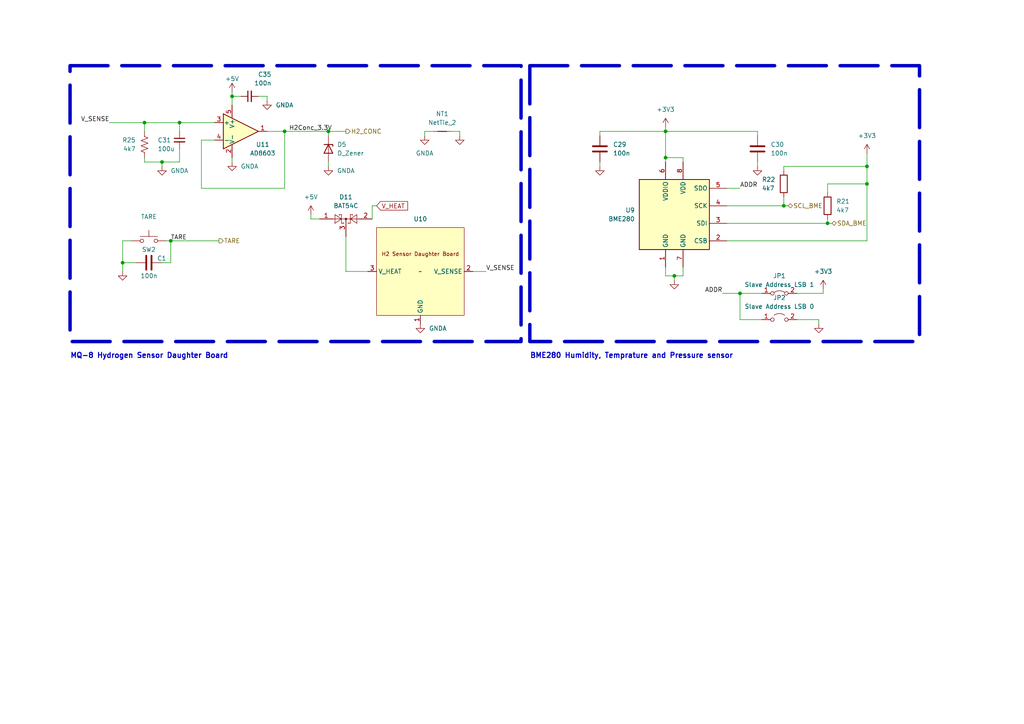
<source format=kicad_sch>
(kicad_sch (version 20230121) (generator eeschema)
  (paper "A4")
  (lib_symbols
    (symbol "Amplifier_Operational:AD8603" (pin_names (offset 0.127))
      (property "Reference" "U" (at 0 5.08 0))
      (property "Value" "AD8603" (at 0 -5.08 0))
      (symbol "AD8603_0_1"
        (polyline (pts (xy -5.08 5.08) (xy 5.08 0) (xy -5.08 -5.08) (xy -5.08 5.08)) (stroke (width 0.254)) (fill (type background)))
        (pin power_in line (at -2.54 -7.62 90) (length 3.81) (name "V-") (number "2"))
        (pin power_in line (at -2.54 7.62 270) (length 3.81) (name "V+") (number "5"))
      )
      (symbol "AD8603_1_1"
        (pin output line (at 7.62 0 180) (length 2.54) (name "~") (number "1"))
        (pin input line (at -7.62 2.54 0) (length 2.54) (name "+") (number "3"))
        (pin input line (at -7.62 -2.54 0) (length 2.54) (name "-") (number "4"))
      )
    )
    (symbol "Device:C" (pin_numbers hide) (pin_names (offset 0.254))
      (property "Reference" "C" (at 0.635 2.54 0))
      (property "Value" "C" (at 0.635 -2.54 0))
      (symbol "C_0_1"
        (polyline (pts (xy -2.032 -0.762) (xy 2.032 -0.762)) (stroke (width 0.508)))
        (polyline (pts (xy -2.032 0.762) (xy 2.032 0.762)) (stroke (width 0.508)))
      )
      (symbol "C_1_1"
        (pin passive line (at 0 3.81 270) (length 2.794) (name "~") (number "1"))
        (pin passive line (at 0 -3.81 90) (length 2.794) (name "~") (number "2"))
      )
    )
    (symbol "Device:C_Small" (pin_numbers hide) (pin_names (offset 0.254) hide)
      (property "Reference" "C" (at 0.254 1.778 0))
      (property "Value" "C_Small" (at 0.254 -2.032 0))
      (symbol "C_Small_0_1"
        (polyline (pts (xy -1.524 -0.508) (xy 1.524 -0.508)) (stroke (width 0.3302)))
        (polyline (pts (xy -1.524 0.508) (xy 1.524 0.508)) (stroke (width 0.3048)))
      )
      (symbol "C_Small_1_1"
        (pin passive line (at 0 2.54 270) (length 2.032) (name "~") (number "1"))
        (pin passive line (at 0 -2.54 90) (length 2.032) (name "~") (number "2"))
      )
    )
    (symbol "Device:D_Zener" (pin_numbers hide) (pin_names (offset 1.016) hide)
      (property "Reference" "D" (at 0 2.54 0))
      (property "Value" "D_Zener" (at 0 -2.54 0))
      (symbol "D_Zener_0_1"
        (polyline (pts (xy 1.27 0) (xy -1.27 0)))
        (polyline (pts (xy -1.27 -1.27) (xy -1.27 1.27) (xy -0.762 1.27)) (stroke (width 0.254)))
        (polyline (pts (xy 1.27 -1.27) (xy 1.27 1.27) (xy -1.27 0) (xy 1.27 -1.27)) (stroke (width 0.254)))
      )
      (symbol "D_Zener_1_1"
        (pin passive line (at -3.81 0 0) (length 2.54) (name "K") (number "1"))
        (pin passive line (at 3.81 0 180) (length 2.54) (name "A") (number "2"))
      )
    )
    (symbol "Device:NetTie_2" (pin_numbers hide) (pin_names (offset 0) hide) (in_bom no)
      (property "Reference" "NT" (at 0 1.27 0))
      (property "Value" "NetTie_2" (at 0 -1.27 0))
      (symbol "NetTie_2_0_1"
        (polyline (pts (xy -1.27 0) (xy 1.27 0)) (stroke (width 0.254)))
      )
      (symbol "NetTie_2_1_1"
        (pin passive line (at -2.54 0 0) (length 2.54) (name "1") (number "1"))
        (pin passive line (at 2.54 0 180) (length 2.54) (name "2") (number "2"))
      )
    )
    (symbol "Device:R" (pin_numbers hide) (pin_names (offset 0))
      (property "Reference" "R" (at 2.032 0 90))
      (property "Value" "R" (at 0 0 90))
      (symbol "R_0_1"
        (rectangle (start -1.016 -2.54) (end 1.016 2.54) (stroke (width 0.254)))
      )
      (symbol "R_1_1"
        (pin passive line (at 0 3.81 270) (length 1.27) (name "~") (number "1"))
        (pin passive line (at 0 -3.81 90) (length 1.27) (name "~") (number "2"))
      )
    )
    (symbol "Device:R_US" (pin_numbers hide) (pin_names (offset 0))
      (property "Reference" "R" (at 2.54 0 90))
      (property "Value" "R_US" (at -2.54 0 90))
      (symbol "R_US_0_1"
        (polyline (pts (xy 0 -2.286) (xy 0 -2.54)))
        (polyline (pts (xy 0 2.286) (xy 0 2.54)))
        (polyline (pts (xy 0 -0.762) (xy 1.016 -1.143) (xy 0 -1.524) (xy -1.016 -1.905) (xy 0 -2.286)))
        (polyline (pts (xy 0 0.762) (xy 1.016 0.381) (xy 0 0) (xy -1.016 -0.381) (xy 0 -0.762)))
        (polyline (pts (xy 0 2.286) (xy 1.016 1.905) (xy 0 1.524) (xy -1.016 1.143) (xy 0 0.762)))
      )
      (symbol "R_US_1_1"
        (pin passive line (at 0 3.81 270) (length 1.27) (name "~") (number "1"))
        (pin passive line (at 0 -3.81 90) (length 1.27) (name "~") (number "2"))
      )
    )
    (symbol "Diode:BAT54C" (pin_names (offset 1.016))
      (property "Reference" "D" (at 0.635 -3.81 0))
      (property "Value" "BAT54C" (at -6.35 3.175 0))
      (symbol "BAT54C_0_1"
        (polyline (pts (xy -1.905 0) (xy 1.905 0)))
        (polyline (pts (xy -1.905 1.27) (xy -1.905 1.016)))
        (polyline (pts (xy -1.27 -1.27) (xy -0.635 -1.27)))
        (polyline (pts (xy -1.27 0) (xy -3.81 0)))
        (polyline (pts (xy -1.27 1.27) (xy -1.905 1.27)))
        (polyline (pts (xy -1.27 1.27) (xy -1.27 -1.27)))
        (polyline (pts (xy -0.635 -1.27) (xy -0.635 -1.016)))
        (polyline (pts (xy 0.635 -1.27) (xy 0.635 -1.016)))
        (polyline (pts (xy 1.27 -1.27) (xy 0.635 -1.27)))
        (polyline (pts (xy 1.27 1.27) (xy 1.27 -1.27)))
        (polyline (pts (xy 1.27 1.27) (xy 1.905 1.27)))
        (polyline (pts (xy 1.905 1.27) (xy 1.905 1.016)))
        (polyline (pts (xy 3.81 0) (xy 1.27 0)))
        (polyline (pts (xy -3.175 -1.27) (xy -3.175 1.27) (xy -1.27 0) (xy -3.175 -1.27)))
        (polyline (pts (xy 3.175 -1.27) (xy 3.175 1.27) (xy 1.27 0) (xy 3.175 -1.27)))
        (circle (center 0 0) (radius 0.254) (fill (type outline)))
      )
      (symbol "BAT54C_1_1"
        (pin passive line (at -7.62 0 0) (length 3.81) (name "~") (number "1"))
        (pin passive line (at 7.62 0 180) (length 3.81) (name "~") (number "2"))
        (pin passive line (at 0 -5.08 90) (length 5.08) (name "~") (number "3"))
      )
    )
    (symbol "H2_Parts:H2_Simon_Sensor_Breakout"
      (property "Reference" "U" (at 0 0 0))
      (symbol "H2_Simon_Sensor_Breakout_1_1"
        (rectangle (start -12.7 12.7) (end 12.7 -12.7) (fill (type background)))
        (text "H2 Sensor Daughter Board" (at 0 5.08 0) (effects (font (size 1.1 1.1))))
        (pin output line (at 0 -15.24 90) (length 2.54) (name "GND") (number "1"))
        (pin output line (at 15.24 0 180) (length 2.54) (name "V_SENSE") (number "2"))
        (pin output line (at -15.24 0 0) (length 2.54) (name "V_HEAT") (number "3"))
      )
    )
    (symbol "Jumper:Jumper_2_Bridged" (pin_names (offset 0) hide)
      (property "Reference" "JP" (at 0 1.905 0))
      (property "Value" "Jumper_2_Bridged" (at 0 -2.54 0))
      (symbol "Jumper_2_Bridged_0_0"
        (circle (center -2.032 0) (radius 0.508))
        (circle (center 2.032 0) (radius 0.508))
      )
      (symbol "Jumper_2_Bridged_0_1"
        (arc (start 1.524 0.254) (mid 0 0.762) (end -1.524 0.254))
      )
      (symbol "Jumper_2_Bridged_1_1"
        (pin passive line (at -5.08 0 0) (length 2.54) (name "A") (number "1"))
        (pin passive line (at 5.08 0 180) (length 2.54) (name "B") (number "2"))
      )
    )
    (symbol "Jumper:Jumper_2_Open" (pin_names (offset 0) hide)
      (property "Reference" "JP" (at 0 2.794 0))
      (property "Value" "Jumper_2_Open" (at 0 -2.286 0))
      (symbol "Jumper_2_Open_0_0"
        (circle (center -2.032 0) (radius 0.508))
        (circle (center 2.032 0) (radius 0.508))
      )
      (symbol "Jumper_2_Open_0_1"
        (arc (start 1.524 1.27) (mid 0 1.778) (end -1.524 1.27))
      )
      (symbol "Jumper_2_Open_1_1"
        (pin passive line (at -5.08 0 0) (length 2.54) (name "A") (number "1"))
        (pin passive line (at 5.08 0 180) (length 2.54) (name "B") (number "2"))
      )
    )
    (symbol "Sensor:BME280"
      (property "Reference" "U" (at -8.89 11.43 0))
      (property "Value" "BME280" (at 7.62 11.43 0))
      (symbol "BME280_0_1"
        (rectangle (start -10.16 10.16) (end 10.16 -10.16) (stroke (width 0.254)) (fill (type background)))
      )
      (symbol "BME280_1_1"
        (pin power_in line (at -2.54 -15.24 90) (length 5.08) (name "GND") (number "1"))
        (pin input line (at 15.24 -7.62 180) (length 5.08) (name "CSB") (number "2"))
        (pin bidirectional line (at 15.24 -2.54 180) (length 5.08) (name "SDI") (number "3"))
        (pin input line (at 15.24 2.54 180) (length 5.08) (name "SCK") (number "4"))
        (pin bidirectional line (at 15.24 7.62 180) (length 5.08) (name "SDO") (number "5"))
        (pin power_in line (at -2.54 15.24 270) (length 5.08) (name "VDDIO") (number "6"))
        (pin power_in line (at 2.54 -15.24 90) (length 5.08) (name "GND") (number "7"))
        (pin power_in line (at 2.54 15.24 270) (length 5.08) (name "VDD") (number "8"))
      )
    )
    (symbol "Switch:SW_Push" (pin_numbers hide) (pin_names (offset 1.016) hide)
      (property "Reference" "SW" (at 1.27 2.54 0))
      (property "Value" "SW_Push" (at 0 -1.524 0))
      (symbol "SW_Push_0_1"
        (circle (center -2.032 0) (radius 0.508))
        (polyline (pts (xy 0 1.27) (xy 0 3.048)))
        (polyline (pts (xy 2.54 1.27) (xy -2.54 1.27)))
        (circle (center 2.032 0) (radius 0.508))
        (pin passive line (at -5.08 0 0) (length 2.54) (name "1") (number "1"))
        (pin passive line (at 5.08 0 180) (length 2.54) (name "2") (number "2"))
      )
    )
    (symbol "power:+3V3" (power) (pin_names (offset 0))
      (property "Value" "+3V3" (at 0 3.556 0))
      (symbol "+3V3_0_1"
        (polyline (pts (xy -0.762 1.27) (xy 0 2.54)))
        (polyline (pts (xy 0 0) (xy 0 2.54)))
        (polyline (pts (xy 0 2.54) (xy 0.762 1.27)))
      )
      (symbol "+3V3_1_1"
        (pin power_in line (at 0 0 90) (length 0) hide (name "+3V3") (number "1"))
      )
    )
    (symbol "power:+5V" (power) (pin_names (offset 0))
      (property "Value" "+5V" (at 0 3.556 0))
      (symbol "+5V_0_1"
        (polyline (pts (xy -0.762 1.27) (xy 0 2.54)))
        (polyline (pts (xy 0 0) (xy 0 2.54)))
        (polyline (pts (xy 0 2.54) (xy 0.762 1.27)))
      )
      (symbol "+5V_1_1"
        (pin power_in line (at 0 0 90) (length 0) hide (name "+5V") (number "1"))
      )
    )
    (symbol "power:GND" (power) (pin_names (offset 0))
      (property "Value" "GND" (at 0 -3.81 0))
      (symbol "GND_0_1"
        (polyline (pts (xy 0 0) (xy 0 -1.27) (xy 1.27 -1.27) (xy 0 -2.54) (xy -1.27 -1.27) (xy 0 -1.27)))
      )
      (symbol "GND_1_1"
        (pin power_in line (at 0 0 270) (length 0) hide (name "GND") (number "1"))
      )
    )
    (symbol "power:GNDA" (power) (pin_names (offset 0))
      (property "Value" "GNDA" (at 0 -3.81 0))
      (symbol "GNDA_0_1"
        (polyline (pts (xy 0 0) (xy 0 -1.27) (xy 1.27 -1.27) (xy 0 -2.54) (xy -1.27 -1.27) (xy 0 -1.27)))
      )
      (symbol "GNDA_1_1"
        (pin power_in line (at 0 0 270) (length 0) hide (name "GNDA") (number "1"))
      )
    )
  )
  (junction (at 46.99 46.99))
  (junction (at 41.91 35.56))
  (junction (at 193.04 38.1))
  (junction (at 227.33 59.69))
  (junction (at 82.55 38.1))
  (junction (at 52.07 35.56))
  (junction (at 251.46 48.26))
  (junction (at 193.04 45.72))
  (junction (at 67.31 27.94))
  (junction (at 195.58 80.01))
  (junction (at 240.03 64.77))
  (junction (at 251.46 53.34))
  (junction (at 95.25 38.1))
  (junction (at 214.63 85.09))
  (junction (at 49.53 69.85))
  (junction (at 35.56 76.2))
  (wire (pts (xy 82.55 38.1) (xy 95.25 38.1)))
  (wire (pts (xy 227.33 59.69) (xy 210.82 59.69)))
  (wire (pts (xy 82.55 54.61) (xy 82.55 38.1)))
  (wire (pts (xy 195.58 80.01) (xy 195.58 81.28)))
  (wire (pts (xy 240.03 53.34) (xy 251.46 53.34)))
  (wire (pts (xy 214.63 54.61) (xy 210.82 54.61)))
  (wire (pts (xy 227.33 59.69) (xy 228.6 59.69)))
  (wire (pts (xy 95.25 48.26) (xy 95.25 46.99)))
  (wire (pts (xy 46.99 48.26) (xy 46.99 46.99)))
  (wire (pts (xy 251.46 53.34) (xy 251.46 69.85)))
  (wire (pts (xy 58.42 54.61) (xy 82.55 54.61)))
  (wire (pts (xy 48.26 69.85) (xy 49.53 69.85)))
  (wire (pts (xy 251.46 44.45) (xy 251.46 48.26)))
  (wire (pts (xy 219.71 39.37) (xy 219.71 38.1)))
  (wire (pts (xy 58.42 40.64) (xy 58.42 54.61)))
  (wire (pts (xy 41.91 35.56) (xy 41.91 38.1)))
  (wire (pts (xy 227.33 49.53) (xy 227.33 48.26)))
  (wire (pts (xy 214.63 92.71) (xy 214.63 85.09)))
  (wire (pts (xy 198.12 80.01) (xy 198.12 77.47)))
  (wire (pts (xy 52.07 38.1) (xy 52.07 35.56)))
  (wire (pts (xy 49.53 69.85) (xy 63.5 69.85)))
  (wire (pts (xy 41.91 35.56) (xy 52.07 35.56)))
  (wire (pts (xy 219.71 38.1) (xy 193.04 38.1)))
  (wire (pts (xy 227.33 57.15) (xy 227.33 59.69)))
  (wire (pts (xy 77.47 29.21) (xy 77.47 27.94)))
  (wire (pts (xy 46.99 46.99) (xy 52.07 46.99)))
  (wire (pts (xy 31.75 35.56) (xy 41.91 35.56)))
  (wire (pts (xy 227.33 48.26) (xy 251.46 48.26)))
  (wire (pts (xy 137.16 78.74) (xy 140.97 78.74)))
  (wire (pts (xy 193.04 80.01) (xy 195.58 80.01)))
  (wire (pts (xy 193.04 36.83) (xy 193.04 38.1)))
  (wire (pts (xy 123.19 38.1) (xy 125.73 38.1)))
  (wire (pts (xy 240.03 55.88) (xy 240.03 53.34)))
  (wire (pts (xy 49.53 69.85) (xy 49.53 76.2)))
  (wire (pts (xy 77.47 38.1) (xy 82.55 38.1)))
  (wire (pts (xy 251.46 69.85) (xy 210.82 69.85)))
  (wire (pts (xy 193.04 45.72) (xy 193.04 46.99)))
  (wire (pts (xy 39.37 76.2) (xy 35.56 76.2)))
  (wire (pts (xy 240.03 63.5) (xy 240.03 64.77)))
  (wire (pts (xy 173.99 46.99) (xy 173.99 48.26)))
  (wire (pts (xy 240.03 64.77) (xy 241.3 64.77)))
  (wire (pts (xy 52.07 35.56) (xy 62.23 35.56)))
  (wire (pts (xy 220.98 85.09) (xy 214.63 85.09)))
  (wire (pts (xy 90.17 62.23) (xy 90.17 63.5)))
  (wire (pts (xy 100.33 68.58) (xy 100.33 78.74)))
  (wire (pts (xy 109.22 59.69) (xy 107.95 59.69)))
  (wire (pts (xy 238.76 83.82) (xy 238.76 85.09)))
  (wire (pts (xy 107.95 59.69) (xy 107.95 63.5)))
  (wire (pts (xy 100.33 78.74) (xy 106.68 78.74)))
  (wire (pts (xy 35.56 76.2) (xy 35.56 78.74)))
  (wire (pts (xy 173.99 38.1) (xy 193.04 38.1)))
  (wire (pts (xy 67.31 26.67) (xy 67.31 27.94)))
  (wire (pts (xy 133.35 39.37) (xy 133.35 38.1)))
  (wire (pts (xy 95.25 39.37) (xy 95.25 38.1)))
  (wire (pts (xy 237.49 93.98) (xy 237.49 92.71)))
  (wire (pts (xy 173.99 39.37) (xy 173.99 38.1)))
  (wire (pts (xy 193.04 77.47) (xy 193.04 80.01)))
  (wire (pts (xy 90.17 63.5) (xy 92.71 63.5)))
  (wire (pts (xy 67.31 46.99) (xy 67.31 45.72)))
  (wire (pts (xy 49.53 76.2) (xy 46.99 76.2)))
  (wire (pts (xy 214.63 85.09) (xy 209.55 85.09)))
  (wire (pts (xy 67.31 27.94) (xy 67.31 30.48)))
  (wire (pts (xy 220.98 92.71) (xy 214.63 92.71)))
  (wire (pts (xy 251.46 48.26) (xy 251.46 53.34)))
  (wire (pts (xy 240.03 64.77) (xy 210.82 64.77)))
  (wire (pts (xy 41.91 46.99) (xy 46.99 46.99)))
  (wire (pts (xy 238.76 85.09) (xy 231.14 85.09)))
  (wire (pts (xy 41.91 46.99) (xy 41.91 45.72)))
  (wire (pts (xy 95.25 38.1) (xy 100.33 38.1)))
  (wire (pts (xy 52.07 43.18) (xy 52.07 46.99)))
  (wire (pts (xy 67.31 27.94) (xy 69.85 27.94)))
  (wire (pts (xy 198.12 46.99) (xy 198.12 45.72)))
  (wire (pts (xy 35.56 69.85) (xy 35.56 76.2)))
  (wire (pts (xy 77.47 27.94) (xy 74.93 27.94)))
  (wire (pts (xy 237.49 92.71) (xy 231.14 92.71)))
  (wire (pts (xy 133.35 38.1) (xy 130.81 38.1)))
  (wire (pts (xy 198.12 45.72) (xy 193.04 45.72)))
  (wire (pts (xy 58.42 40.64) (xy 62.23 40.64)))
  (wire (pts (xy 193.04 38.1) (xy 193.04 45.72)))
  (wire (pts (xy 123.19 39.37) (xy 123.19 38.1)))
  (wire (pts (xy 195.58 80.01) (xy 198.12 80.01)))
  (wire (pts (xy 38.1 69.85) (xy 35.56 69.85)))
  (wire (pts (xy 219.71 46.99) (xy 219.71 48.26)))
  (rectangle (start 153.67 19.05) (end 266.7 99.06) (stroke (width 1) (type dash)))
  (rectangle (start 20.32 19.05) (end 151.13 99.06) (stroke (width 1) (type dash)))
  (text "BME280 Humidity, Temprature and Pressure sensor" (at 153.67 104.14 0) (effects (font (size 1.5 1.5) (thickness 0.3) bold) (justify left bottom)))
  (text "MQ-8 Hydrogen Sensor Daughter Board" (at 20.32 104.14 0) (effects (font (size 1.5 1.5) (thickness 0.3) bold) (justify left bottom)))
  (label "TARE" (at 49.53 69.85 0))
  (label "H2Conc_3.3V" (at 83.82 38.1 0))
  (label "V_SENSE" (at 140.97 78.74 0))
  (label "ADDR" (at 209.55 85.09 180))
  (label "V_SENSE" (at 31.75 35.56 180))
  (label "ADDR" (at 214.63 54.61 0))
  (global_label "V_HEAT" (shape input) (at 109.22 59.69 0) (property "Intersheetrefs" "${INTERSHEET_REFS}" (effects hide)))
  (hierarchical_label "SCL_BME" (shape bidirectional) (at 228.6 59.69 0))
  (hierarchical_label "H2_CONC" (shape output) (at 100.33 38.1 0))
  (hierarchical_label "TARE" (shape output) (at 63.5 69.85 0))
  (hierarchical_label "SDA_BME" (shape bidirectional) (at 241.3 64.77 0))
  (symbol (lib_id "Jumper:Jumper_2_Bridged") (at 226.06 85.09 0) (unit 1)
    (property "Reference" "JP1" (at 226.06 80.01 0))
    (property "Value" "Slave Address LSB 1" (at 226.06 82.55 0))
    (property "Footprint" "Jumper:SolderJumper-2_P1.3mm_Bridged_RoundedPad1.0x1.5mm" (effects hide))
  )
  (symbol (lib_id "power:GNDA") (at 46.99 48.26 0) (unit 1)
    (property "Reference" "#PWR031" (effects hide))
    (property "Value" "GNDA" (at 52.07 49.53 0))
  )
  (symbol (lib_id "power:GNDA") (at 77.47 29.21 0) (unit 1)
    (property "Reference" "#PWR027" (effects hide))
    (property "Value" "GNDA" (at 82.55 30.48 0))
  )
  (symbol (lib_id "power:+5V") (at 90.17 62.23 0) (unit 1)
    (property "Reference" "#PWR055" (effects hide))
    (property "Value" "+5V" (at 90.17 57.15 0))
  )
  (symbol (lib_id "power:GND") (at 219.71 48.26 0) (unit 1)
    (property "Reference" "#PWR070" (effects hide))
    (property "Value" "GND" (effects hide))
  )
  (symbol (lib_id "power:GNDA") (at 95.25 48.26 0) (unit 1)
    (property "Reference" "#PWR02" (effects hide))
    (property "Value" "GNDA" (at 100.33 49.53 0))
  )
  (symbol (lib_id "power:GND") (at 195.58 81.28 0) (unit 1)
    (property "Reference" "#PWR038" (effects hide))
    (property "Value" "GND" (effects hide))
  )
  (symbol (lib_id "Device:R_US") (at 41.91 41.91 180) (unit 1)
    (property "Reference" "R25" (at 39.37 40.64 0) (effects (justify left)))
    (property "Value" "4k7" (at 39.37 43.18 0) (effects (justify left)))
    (property "Footprint" "Resistor_SMD:R_0603_1608Metric" (effects hide))
    (property "LCSC" "C414910" (effects hide))
    (instances (project "H2 Sensor Board Lucy Rev 1" (path "" (reference "R25") (unit 1))) (project "modular sensor" (path "" (reference "R1") (unit 1))))
  )
  (symbol (lib_id "H2_Parts:H2_Simon_Sensor_Breakout") (at 121.92 78.74 0) (unit 1)
    (property "Reference" "U10" (at 121.92 63.5 0))
    (property "Value" "~" (at 121.92 78.74 0))
    (property "Footprint" "SYM&FOOT:H2_Sensor_Daughter_Board_Rev_1" (effects hide))
  )
  (symbol (lib_id "power:GND") (at 173.99 48.26 0) (unit 1)
    (property "Reference" "#PWR069" (effects hide))
    (property "Value" "GND" (effects hide))
  )
  (symbol (lib_id "power:GNDA") (at 67.31 46.99 0) (unit 1)
    (property "Reference" "#PWR032" (effects hide))
    (property "Value" "GNDA" (at 72.39 48.26 0))
  )
  (symbol (lib_id "power:GND") (at 35.56 78.74 0) (unit 1)
    (property "Reference" "#PWR02" (effects hide))
    (property "Value" "GND" (effects hide))
    (instances (project "CAN-USB RF Module" (path "" (reference "#PWR02") (unit 1))) (project "H2 Sensor Board Lucy Rev 1" (path "" (reference "#PWR041") (unit 1)) (path "" (reference "#PWR042") (unit 1))))
  )
  (symbol (lib_id "power:GNDA") (at 121.92 93.98 0) (unit 1)
    (property "Reference" "#PWR030" (effects hide))
    (property "Value" "GNDA" (at 127 95.25 0))
  )
  (symbol (lib_id "Device:C_Small") (at 72.39 27.94 90) (unit 1)
    (property "Reference" "C35" (at 78.74 21.59 90) (effects (justify left)))
    (property "Value" "100n" (at 78.74 24.13 90) (effects (justify left)))
    (property "Footprint" "Capacitor_SMD:C_0603_1608Metric" (effects hide))
    (property "LCSC" "C9807" (effects hide))
    (instances (project "H2 Sensor Board Lucy Rev 1" (path "" (reference "C35") (unit 1))) (project "modular sensor" (path "" (reference "C2") (unit 1))))
  )
  (symbol (lib_id "Jumper:Jumper_2_Open") (at 226.06 92.71 0) (unit 1)
    (property "Reference" "JP2" (at 226.06 86.36 0))
    (property "Value" "Slave Address LSB 0" (at 226.06 88.9 0))
    (property "Footprint" "Jumper:SolderJumper-2_P1.3mm_Open_RoundedPad1.0x1.5mm" (effects hide))
  )
  (symbol (lib_id "Device:R") (at 240.03 59.69 0) (unit 1)
    (property "Reference" "R21" (at 242.57 58.42 0) (effects (justify left)))
    (property "Value" "4k7" (at 242.57 60.96 0) (effects (justify left)))
    (property "Footprint" "Resistor_SMD:R_0603_1608Metric" (effects hide))
  )
  (symbol (lib_id "Device:R") (at 227.33 53.34 0) (unit 1)
    (property "Reference" "R22" (at 220.98 52.07 0) (effects (justify left)))
    (property "Value" "4k7" (at 220.98 54.61 0) (effects (justify left)))
    (property "Footprint" "Resistor_SMD:R_0603_1608Metric" (effects hide))
  )
  (symbol (lib_id "Device:D_Zener") (at 95.25 43.18 270) (unit 1)
    (property "Reference" "D5" (at 97.79 41.91 90) (effects (justify left)))
    (property "Value" "D_Zener" (at 97.79 44.45 90) (effects (justify left)))
    (property "Footprint" "Diode_SMD:D_0805_2012Metric" (effects hide))
  )
  (symbol (lib_id "power:GND") (at 237.49 93.98 0) (unit 1)
    (property "Reference" "#PWR074" (effects hide))
    (property "Value" "GND" (effects hide))
  )
  (symbol (lib_id "power:+5V") (at 67.31 26.67 0) (unit 1)
    (property "Reference" "#PWR038" (effects hide))
    (property "Value" "+5V" (at 67.31 22.86 0))
    (instances (project "H2 Sensor Board Lucy Rev 1" (path "" (reference "#PWR038") (unit 1)) (path "" (reference "#PWR01") (unit 1))))
  )
  (symbol (lib_id "Device:C") (at 173.99 43.18 0) (unit 1)
    (property "Reference" "C29" (at 177.8 41.91 0) (effects (justify left)))
    (property "Value" "100n" (at 177.8 44.45 0) (effects (justify left)))
    (property "Footprint" "Capacitor_SMD:C_0603_1608Metric" (effects hide))
  )
  (symbol (lib_id "Device:NetTie_2") (at 128.27 38.1 0) (unit 1) (in_bom no)
    (property "Reference" "NT1" (at 128.27 33.02 0))
    (property "Value" "NetTie_2" (at 128.27 35.56 0))
    (property "Footprint" "NetTie:NetTie-2_SMD_Pad2.0mm" (effects hide))
  )
  (symbol (lib_id "Device:C") (at 219.71 43.18 0) (unit 1)
    (property "Reference" "C30" (at 223.52 41.91 0) (effects (justify left)))
    (property "Value" "100n" (at 223.52 44.45 0) (effects (justify left)))
    (property "Footprint" "Capacitor_SMD:C_0603_1608Metric" (effects hide))
  )
  (symbol (lib_id "power:GND") (at 133.35 39.37 0) (unit 1)
    (property "Reference" "#PWR02" (effects hide))
    (property "Value" "GND" (effects hide))
    (instances (project "CAN-USB RF Module" (path "" (reference "#PWR02") (unit 1))) (project "H2 Sensor Board Lucy Rev 1" (path "" (reference "#PWR041") (unit 1)) (path "" (reference "#PWR035") (unit 1))))
  )
  (symbol (lib_id "power:+3V3") (at 238.76 83.82 0) (unit 1)
    (property "Reference" "#PWR075" (effects hide))
    (property "Value" "+3V3" (at 238.76 78.74 0))
  )
  (symbol (lib_id "power:+3V3") (at 193.04 36.83 0) (unit 1)
    (property "Reference" "#PWR037" (effects hide))
    (property "Value" "+3V3" (at 193.04 31.75 0))
  )
  (symbol (lib_id "Sensor:BME280") (at 195.58 62.23 0) (unit 1)
    (property "Reference" "U9" (at 184.15 60.96 0) (effects (justify right)))
    (property "Value" "BME280" (at 184.15 63.5 0) (effects (justify right)))
    (property "Footprint" "Package_LGA:Bosch_LGA-8_2.5x2.5mm_P0.65mm_ClockwisePinNumbering" (effects hide))
    (property "Datasheet" "https://www.bosch-sensortec.com/media/boschsensortec/downloads/datasheets/bst-bme280-ds002.pdf" (effects hide))
  )
  (symbol (lib_id "Device:C_Small") (at 52.07 40.64 0) (unit 1)
    (property "Reference" "C31" (at 45.72 40.64 0) (effects (justify left)))
    (property "Value" "100u" (at 45.72 43.18 0) (effects (justify left)))
    (property "Footprint" "Capacitor_SMD:C_0603_1608Metric" (effects hide))
    (property "LCSC" "C9807" (effects hide))
    (instances (project "H2 Sensor Board Lucy Rev 1" (path "" (reference "C31") (unit 1))) (project "modular sensor" (path "" (reference "C2") (unit 1))))
  )
  (symbol (lib_id "Amplifier_Operational:AD8603") (at 69.85 38.1 0) (unit 1)
    (property "Reference" "U11" (at 76.2 41.91 0))
    (property "Value" "AD8603" (at 76.2 44.45 0))
    (property "Footprint" "Package_TO_SOT_SMD:TSOT-23-5" (effects hide))
    (property "Datasheet" "https://www.analog.com/media/en/technical-documentation/data-sheets/AD8603_8607_8609.pdf" (effects hide))
  )
  (symbol (lib_id "power:+3V3") (at 251.46 44.45 0) (unit 1)
    (property "Reference" "#PWR073" (effects hide))
    (property "Value" "+3V3" (at 251.46 39.37 0))
  )
  (symbol (lib_id "Diode:BAT54C") (at 100.33 63.5 0) (unit 1)
    (property "Reference" "D11" (at 100.33 57.15 0))
    (property "Value" "BAT54C" (at 100.33 59.69 0))
    (property "Footprint" "Package_TO_SOT_SMD:SOT-23" (effects hide))
    (property "Datasheet" "http://www.diodes.com/_files/datasheets/ds11005.pdf" (effects hide))
  )
  (symbol (lib_id "Switch:SW_Push") (at 43.18 69.85 0) (unit 1)
    (property "Reference" "SW2" (at 43.18 72.39 0))
    (property "Value" "TARE" (at 43.18 62.865 0))
    (property "Footprint" "Button_Switch_THT:SW_PUSH_6mm_H5mm" (effects hide))
    (property "LCSC #" "C221896" (effects hide))
    (instances (project "CAN-USB RF Module" (path "" (reference "SW2") (unit 1))) (project "H2 Sensor Board Lucy Rev 1" (path "" (reference "SW2") (unit 1)) (path "" (reference "SW3") (unit 1))))
  )
  (symbol (lib_id "power:GNDA") (at 123.19 39.37 0) (unit 1)
    (property "Reference" "#PWR033" (effects hide))
    (property "Value" "GNDA" (at 123.19 44.45 0))
  )
  (symbol (lib_id "Device:C") (at 43.18 76.2 90) (unit 1)
    (property "Reference" "C1" (at 48.26 74.93 90) (effects (justify left)))
    (property "Value" "100n" (at 45.72 80.01 90) (effects (justify left)))
    (property "Footprint" "Capacitor_SMD:C_0805_2012Metric" (effects hide))
    (property "Description" "100nF -20%,+80% 16V Y5V 0402 Multilayer Ceramic Capacitors MLCC - SMD/SMT RoHS" (effects hide))
    (property "LCSC #" "C1525" (effects hide))
    (instances (project "CAN-USB RF Module" (path "" (reference "C1") (unit 1))) (project "H2 Sensor Board Lucy Rev 1" (path "" (reference "C2") (unit 1)) (path "" (reference "C3") (unit 1))))
  )
)
</source>
